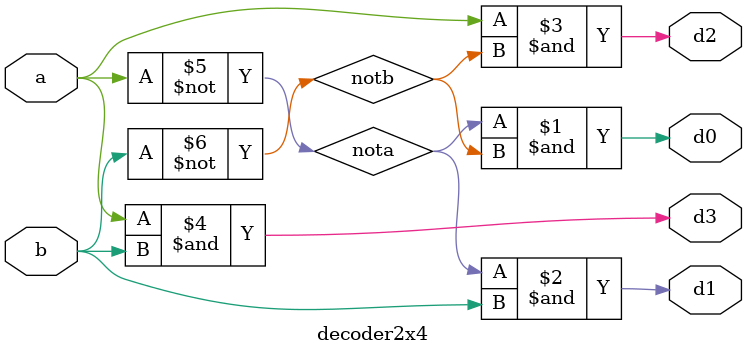
<source format=v>
module decoder2x4 (input a, b, output d0, d1, d2, d3);
    wire nota, notb;
    not (nota, a);
    not (notb, b);
    and (d0, nota, notb);
    and (d1, nota, b);
    and (d2, a, notb);
    and (d3, a, b);
endmodule

</source>
